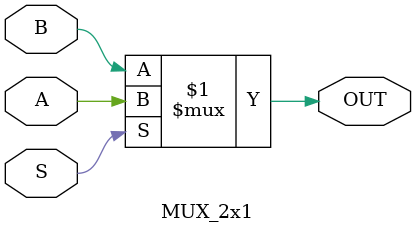
<source format=v>
module MUX_2x1(
    A, 
    B,
    S,
    OUT 
);

// inputs
    input A;
    input B;
    input S;
// outputs
    output OUT;

    assign OUT = S? A:B; // se S = 1, OUT = A, se S = 0, OUT = B
endmodule
</source>
